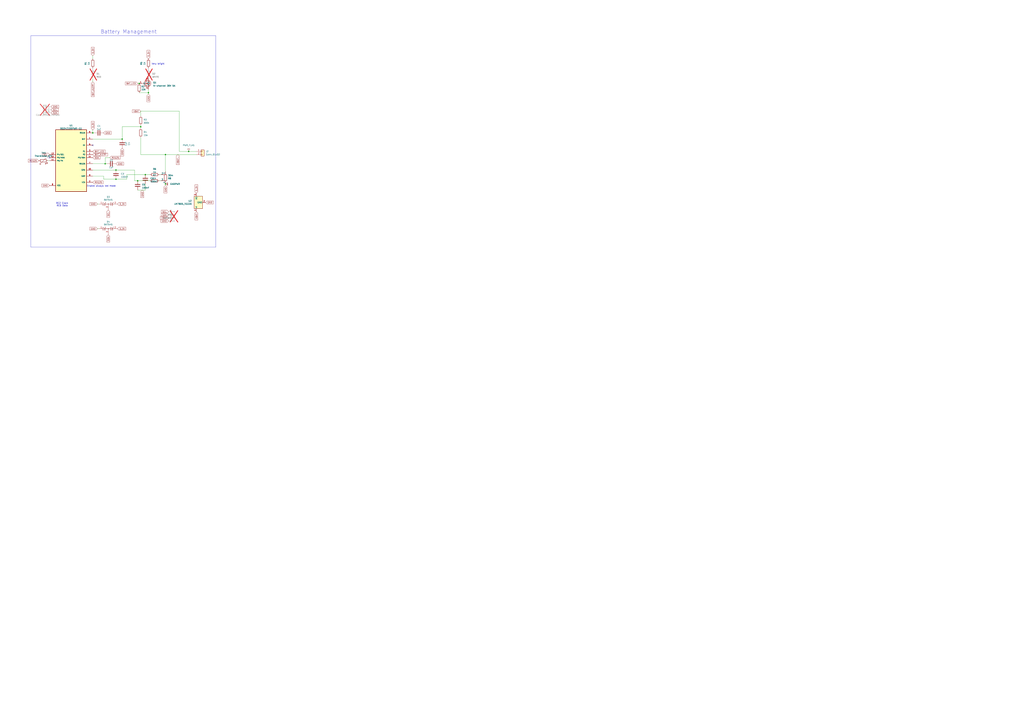
<source format=kicad_sch>
(kicad_sch (version 20231120) (generator "eeschema") (generator_version "8.0")
  (paper "A1")
  (lib_symbols
    (symbol "BQ34Z100PWR-G1:BQ34Z100PWR-G1" (pin_names (offset 1.016))
      (property "Reference" "U" (at -12.7 26.4 0))
      (property "Value" "BQ34Z100PWR-G1" (at -12.7 -29.4 0))
      (symbol "BQ34Z100PWR-G1_0_0"
        (rectangle (start -12.7 -25.4) (end 12.7 25.4) (stroke (width 0.41)) (fill (type background)))
        (pin bidirectional line (at -17.78 5.08 0) (length 5.08) (name "P2") (number "1"))
        (pin bidirectional line (at -17.78 -7.62 0) (length 5.08) (name "SRN") (number "10"))
        (pin bidirectional line (at 17.78 0 180) (length 5.08) (name "P6/TS") (number "11"))
        (pin bidirectional line (at 17.78 2.54 180) (length 5.08) (name "P5/HDQ") (number "12"))
        (pin bidirectional line (at 17.78 5.08 180) (length 5.08) (name "P4/SCL") (number "13"))
        (pin bidirectional line (at -17.78 2.54 0) (length 5.08) (name "P3/SDA") (number "14"))
        (pin bidirectional line (at -17.78 -17.78 0) (length 5.08) (name "VEN") (number "2"))
        (pin bidirectional line (at -17.78 7.62 0) (length 5.08) (name "P1") (number "3"))
        (pin bidirectional line (at -17.78 17.78 0) (length 5.08) (name "BAT") (number "4"))
        (pin bidirectional line (at -17.78 12.7 0) (length 5.08) (name "CE") (number "5"))
        (pin input line (at -17.78 22.86 0) (length 5.08) (name "REGIN") (number "6"))
        (pin bidirectional line (at -17.78 -2.54 0) (length 5.08) (name "REG25") (number "7"))
        (pin power_in line (at 17.78 -20.32 180) (length 5.08) (name "VSS") (number "8"))
        (pin bidirectional line (at -17.78 -12.7 0) (length 5.08) (name "SRP") (number "9"))
      )
    )
    (symbol "Connector:Conn_01x04_Pin" (pin_names (offset 1.016) hide)
      (property "Reference" "J" (at 0 5.08 0))
      (property "Value" "Conn_01x04_Pin" (at 0 -7.62 0))
      (symbol "Conn_01x04_Pin_1_1"
        (polyline (pts (xy 1.27 -5.08) (xy 0.8636 -5.08)) (stroke (width 0.1524)))
        (polyline (pts (xy 1.27 -2.54) (xy 0.8636 -2.54)) (stroke (width 0.1524)))
        (polyline (pts (xy 1.27 0) (xy 0.8636 0)) (stroke (width 0.1524)))
        (polyline (pts (xy 1.27 2.54) (xy 0.8636 2.54)) (stroke (width 0.1524)))
        (rectangle (start 0.8636 -4.953) (end 0 -5.207) (stroke (width 0.1524)) (fill (type outline)))
        (rectangle (start 0.8636 -2.413) (end 0 -2.667) (stroke (width 0.1524)) (fill (type outline)))
        (rectangle (start 0.8636 0.127) (end 0 -0.127) (stroke (width 0.1524)) (fill (type outline)))
        (rectangle (start 0.8636 2.667) (end 0 2.413) (stroke (width 0.1524)) (fill (type outline)))
        (pin passive line (at 5.08 2.54 180) (length 3.81) (name "Pin_1") (number "1"))
        (pin passive line (at 5.08 0 180) (length 3.81) (name "Pin_2") (number "2"))
        (pin passive line (at 5.08 -2.54 180) (length 3.81) (name "Pin_3") (number "3"))
        (pin passive line (at 5.08 -5.08 180) (length 3.81) (name "Pin_4") (number "4"))
      )
    )
    (symbol "Connector_Generic:Conn_01x02" (pin_names (offset 1.016) hide)
      (property "Reference" "J" (at 0 2.54 0))
      (property "Value" "Conn_01x02" (at 0 -5.08 0))
      (symbol "Conn_01x02_1_1"
        (rectangle (start -1.27 -2.413) (end 0 -2.667) (stroke (width 0.1524)))
        (rectangle (start -1.27 0.127) (end 0 -0.127) (stroke (width 0.1524)))
        (rectangle (start -1.27 1.27) (end 1.27 -3.81) (stroke (width 0.254)) (fill (type background)))
        (pin passive line (at -5.08 0 0) (length 3.81) (name "Pin_1") (number "1"))
        (pin passive line (at -5.08 -2.54 0) (length 3.81) (name "Pin_2") (number "2"))
      )
    )
    (symbol "Connector_Generic:Conn_01x03" (pin_names (offset 1.016) hide)
      (property "Reference" "J" (at 0 5.08 0))
      (property "Value" "Conn_01x03" (at 0 -5.08 0))
      (symbol "Conn_01x03_1_1"
        (rectangle (start -1.27 -2.413) (end 0 -2.667) (stroke (width 0.1524)))
        (rectangle (start -1.27 0.127) (end 0 -0.127) (stroke (width 0.1524)))
        (rectangle (start -1.27 2.667) (end 0 2.413) (stroke (width 0.1524)))
        (rectangle (start -1.27 3.81) (end 1.27 -3.81) (stroke (width 0.254)) (fill (type background)))
        (pin passive line (at -5.08 2.54 0) (length 3.81) (name "Pin_1") (number "1"))
        (pin passive line (at -5.08 0 0) (length 3.81) (name "Pin_2") (number "2"))
        (pin passive line (at -5.08 -2.54 0) (length 3.81) (name "Pin_3") (number "3"))
      )
    )
    (symbol "Device:C" (pin_numbers hide) (pin_names (offset 0.254))
      (property "Reference" "C" (at 0.635 2.54 0))
      (property "Value" "C" (at 0.635 -2.54 0))
      (symbol "C_0_1"
        (polyline (pts (xy -2.032 -0.762) (xy 2.032 -0.762)) (stroke (width 0.508)))
        (polyline (pts (xy -2.032 0.762) (xy 2.032 0.762)) (stroke (width 0.508)))
      )
      (symbol "C_1_1"
        (pin passive line (at 0 3.81 270) (length 2.794) (name "~") (number "1"))
        (pin passive line (at 0 -3.81 90) (length 2.794) (name "~") (number "2"))
      )
    )
    (symbol "Device:LED" (pin_numbers hide) (pin_names (offset 1.016) hide)
      (property "Reference" "D" (at 0 2.54 0))
      (property "Value" "LED" (at 0 -2.54 0))
      (symbol "LED_0_1"
        (polyline (pts (xy -1.27 -1.27) (xy -1.27 1.27)) (stroke (width 0.254)))
        (polyline (pts (xy -1.27 0) (xy 1.27 0)))
        (polyline (pts (xy 1.27 -1.27) (xy 1.27 1.27) (xy -1.27 0) (xy 1.27 -1.27)) (stroke (width 0.254)))
        (polyline (pts (xy -3.048 -0.762) (xy -4.572 -2.286) (xy -3.81 -2.286) (xy -4.572 -2.286) (xy -4.572 -1.524)))
        (polyline (pts (xy -1.778 -0.762) (xy -3.302 -2.286) (xy -2.54 -2.286) (xy -3.302 -2.286) (xy -3.302 -1.524)))
      )
      (symbol "LED_1_1"
        (pin passive line (at -3.81 0 0) (length 2.54) (name "K") (number "1"))
        (pin passive line (at 3.81 0 180) (length 2.54) (name "A") (number "2"))
      )
    )
    (symbol "Device:R" (pin_numbers hide) (pin_names (offset 0))
      (property "Reference" "R" (at 2.032 0 90))
      (property "Value" "R" (at 0 0 90))
      (symbol "R_0_1"
        (rectangle (start -1.016 -2.54) (end 1.016 2.54) (stroke (width 0.254)))
      )
      (symbol "R_1_1"
        (pin passive line (at 0 3.81 270) (length 1.27) (name "~") (number "1"))
        (pin passive line (at 0 -3.81 90) (length 1.27) (name "~") (number "2"))
      )
    )
    (symbol "Device:R_Shunt" (pin_numbers hide) (pin_names (offset 0))
      (property "Reference" "R" (at -4.445 0 90))
      (property "Value" "R_Shunt" (at -2.54 0 90))
      (symbol "R_Shunt_0_1"
        (rectangle (start -1.016 -2.54) (end 1.016 2.54) (stroke (width 0.254)))
        (polyline (pts (xy 0 -2.54) (xy 1.27 -2.54)))
        (polyline (pts (xy 1.27 2.54) (xy 0 2.54)))
      )
      (symbol "R_Shunt_1_1"
        (pin passive line (at 0 5.08 270) (length 2.54) (name "1") (number "1"))
        (pin passive line (at 3.81 2.54 180) (length 2.54) (name "2") (number "2"))
        (pin passive line (at 3.81 -2.54 180) (length 2.54) (name "3") (number "3"))
        (pin passive line (at 0 -5.08 90) (length 2.54) (name "4") (number "4"))
      )
    )
    (symbol "Device:Thermistor_NTC" (pin_numbers hide) (pin_names (offset 0))
      (property "Reference" "TH" (at -4.445 0 90))
      (property "Value" "Thermistor_NTC" (at 3.175 0 90))
      (symbol "Thermistor_NTC_0_1"
        (arc (start -3.048 2.159) (mid -3.0495 2.3143) (end -3.175 2.413))
        (arc (start -3.048 2.159) (mid -2.9736 1.9794) (end -2.794 1.905))
        (arc (start -3.048 2.794) (mid -2.9736 2.6144) (end -2.794 2.54))
        (arc (start -2.794 1.905) (mid -2.6144 1.9794) (end -2.54 2.159))
        (arc (start -2.794 2.54) (mid -2.4393 2.5587) (end -2.159 2.794))
        (arc (start -2.794 3.048) (mid -2.9736 2.9736) (end -3.048 2.794))
        (arc (start -2.54 2.794) (mid -2.6144 2.9736) (end -2.794 3.048))
        (rectangle (start -1.016 2.54) (end 1.016 -2.54) (stroke (width 0.254)))
        (polyline (pts (xy -2.54 2.159) (xy -2.54 2.794)))
        (polyline (pts (xy -1.778 2.54) (xy -1.778 1.524) (xy 1.778 -1.524) (xy 1.778 -2.54)))
        (polyline (pts (xy -2.54 -3.683) (xy -2.54 -1.397) (xy -2.794 -2.159) (xy -2.286 -2.159) (xy -2.54 -1.397) (xy -2.54 -1.651)) (fill (type outline)))
        (polyline (pts (xy -1.778 -1.397) (xy -1.778 -3.683) (xy -2.032 -2.921) (xy -1.524 -2.921) (xy -1.778 -3.683) (xy -1.778 -3.429)) (fill (type outline)))
      )
      (symbol "Thermistor_NTC_1_1"
        (pin passive line (at 0 3.81 270) (length 1.27) (name "~") (number "1"))
        (pin passive line (at 0 -3.81 90) (length 1.27) (name "~") (number "2"))
      )
    )
    (symbol "Diode:BAS40-04" (pin_names (offset 1.016))
      (property "Reference" "D" (at 0.635 -1.27 0))
      (property "Value" "BAS40-04" (at -6.35 5.715 0))
      (symbol "BAS40-04_0_1"
        (polyline (pts (xy -3.81 2.54) (xy -1.27 2.54)))
        (polyline (pts (xy -3.175 1.27) (xy -3.175 1.524)))
        (polyline (pts (xy -2.54 1.27) (xy -3.175 1.27)))
        (polyline (pts (xy -2.54 1.27) (xy -2.54 3.81)))
        (polyline (pts (xy -2.54 3.81) (xy -1.905 3.81)))
        (polyline (pts (xy -1.905 2.54) (xy 1.905 2.54)))
        (polyline (pts (xy -1.905 3.81) (xy -1.905 3.556)))
        (polyline (pts (xy 1.27 2.54) (xy 3.81 2.54)))
        (polyline (pts (xy 3.175 1.27) (xy 3.175 1.524)))
        (polyline (pts (xy 3.81 1.27) (xy 3.175 1.27)))
        (polyline (pts (xy 3.81 1.27) (xy 3.81 3.81)))
        (polyline (pts (xy 3.81 3.81) (xy 4.445 3.81)))
        (polyline (pts (xy 4.445 3.81) (xy 4.445 3.556)))
        (polyline (pts (xy -4.445 3.81) (xy -4.445 1.27) (xy -2.54 2.54) (xy -4.445 3.81)))
        (polyline (pts (xy 1.905 3.81) (xy 1.905 1.27) (xy 3.81 2.54) (xy 1.905 3.81)))
        (circle (center 0 2.54) (radius 0.254) (fill (type outline)))
      )
      (symbol "BAS40-04_1_1"
        (pin passive line (at -7.62 2.54 0) (length 3.81) (name "~") (number "1"))
        (pin passive line (at 7.62 2.54 180) (length 3.81) (name "~") (number "2"))
        (pin passive line (at 0 -2.54 90) (length 5.08) (name "~") (number "3"))
      )
    )
    (symbol "ESP32-DEVKITC-32D:SL2300" (pin_names (offset 1.016))
      (property "Reference" "Q" (at 0 0 0))
      (property "Value" "SL2300" (at 7.62 0 0))
      (symbol "SL2300_1_1"
        (polyline (pts (xy -1.016 0) (xy -3.81 0)))
        (polyline (pts (xy -1.016 1.905) (xy -1.016 -1.905)) (stroke (width 0.254)))
        (polyline (pts (xy -0.508 -1.27) (xy -0.508 -2.286)) (stroke (width 0.254)))
        (polyline (pts (xy -0.508 0.508) (xy -0.508 -0.508)) (stroke (width 0.254)))
        (polyline (pts (xy -0.508 2.286) (xy -0.508 1.27)) (stroke (width 0.254)))
        (polyline (pts (xy 1.27 2.54) (xy 1.27 1.778)))
        (polyline (pts (xy 1.27 -2.54) (xy 1.27 0) (xy -0.508 0)))
        (polyline (pts (xy -0.508 -1.778) (xy 2.032 -1.778) (xy 2.032 1.778) (xy -0.508 1.778)))
        (polyline (pts (xy -0.254 0) (xy 0.762 0.381) (xy 0.762 -0.381) (xy -0.254 0)) (fill (type outline)))
        (polyline (pts (xy 1.524 0.508) (xy 1.651 0.381) (xy 2.413 0.381) (xy 2.54 0.254)))
        (polyline (pts (xy 2.032 0.381) (xy 1.651 -0.254) (xy 2.413 -0.254) (xy 2.032 0.381)))
        (circle (center 0.381 0) (radius 2.794) (stroke (width 0.254)))
        (circle (center 1.27 -1.778) (radius 0.254) (fill (type outline)))
        (circle (center 1.27 1.778) (radius 0.254) (fill (type outline)))
        (pin input line (at -6.35 0 0) (length 2.54) (name "G") (number "1"))
        (pin passive line (at 1.27 -5.08 90) (length 2.54) (name "S") (number "2"))
        (pin passive line (at 1.27 5.08 270) (length 2.54) (name "D") (number "3"))
      )
    )
    (symbol "Regulator_Linear:LM7805_TO220" (pin_names (offset 0.254))
      (property "Reference" "U" (at -3.81 3.175 0))
      (property "Value" "LM7805_TO220" (at 0 3.175 0))
      (symbol "LM7805_TO220_0_1"
        (rectangle (start -5.08 1.905) (end 5.08 -5.08) (stroke (width 0.254)) (fill (type background)))
      )
      (symbol "LM7805_TO220_1_1"
        (pin power_in line (at -7.62 0 0) (length 2.54) (name "VI") (number "1"))
        (pin power_in line (at 0 -7.62 90) (length 2.54) (name "GND") (number "2"))
        (pin power_out line (at 7.62 0 180) (length 2.54) (name "VO") (number "3"))
      )
    )
    (symbol "power:GNDPWR" (power) (pin_numbers hide) (pin_names (offset 0) hide)
      (property "Value" "GNDPWR" (at 0 -3.302 0))
      (symbol "GNDPWR_0_1"
        (polyline (pts (xy 0 -1.27) (xy 0 0)))
        (polyline (pts (xy -1.016 -1.27) (xy -1.27 -2.032) (xy -1.27 -2.032)) (stroke (width 0.2032)))
        (polyline (pts (xy -0.508 -1.27) (xy -0.762 -2.032) (xy -0.762 -2.032)) (stroke (width 0.2032)))
        (polyline (pts (xy 0 -1.27) (xy -0.254 -2.032) (xy -0.254 -2.032)) (stroke (width 0.2032)))
        (polyline (pts (xy 0.508 -1.27) (xy 0.254 -2.032) (xy 0.254 -2.032)) (stroke (width 0.2032)))
        (polyline (pts (xy 1.016 -1.27) (xy -1.016 -1.27) (xy -1.016 -1.27)) (stroke (width 0.2032)))
        (polyline (pts (xy 1.016 -1.27) (xy 0.762 -2.032) (xy 0.762 -2.032) (xy 0.762 -2.032)) (stroke (width 0.2032)))
      )
      (symbol "GNDPWR_1_1"
        (pin power_in line (at 0 0 270) (length 0) (name "~") (number "1"))
      )
    )
    (symbol "power:PWR_FLAG" (power) (pin_numbers hide) (pin_names (offset 0) hide)
      (property "Value" "PWR_FLAG" (at 0 3.81 0))
      (symbol "PWR_FLAG_0_0"
        (pin power_out line (at 0 0 90) (length 0) (name "~") (number "1"))
      )
      (symbol "PWR_FLAG_0_1"
        (polyline (pts (xy 0 0) (xy 0 1.27) (xy -1.016 1.905) (xy 0 2.54) (xy 1.016 1.905) (xy 0 1.27)))
      )
    )
  )
  (junction (at 114.3 68.58))
  (junction (at 76.2 109.22))
  (junction (at 95.25 147.32))
  (junction (at 115.57 104.14))
  (junction (at 100.33 114.3))
  (junction (at 113.03 148.59))
  (junction (at 95.25 139.7))
  (junction (at 135.89 127))
  (junction (at 119.38 143.51))
  (junction (at 135.89 151.13))
  (junction (at 86.36 134.62))
  (junction (at 121.92 76.2))
  (junction (at 154.94 124.46))
  (no_connect (at 40.64 129.54))
  (no_connect (at 76.2 119.38))
  (wire (pts (xy 121.92 73.66) (xy 121.92 76.2)))
  (wire (pts (xy 113.03 148.59) (xy 123.19 148.59)))
  (wire (pts (xy 115.57 104.14) (xy 115.57 105.41)))
  (wire (pts (xy 135.89 127) (xy 135.89 140.97)))
  (wire (pts (xy 135.89 152.4) (xy 135.89 151.13)))
  (wire (pts (xy 104.14 143.51) (xy 104.14 147.32)))
  (wire (pts (xy 119.38 143.51) (xy 123.19 143.51)))
  (wire (pts (xy 119.38 151.13) (xy 119.38 156.21)))
  (wire (pts (xy 39.37 132.08) (xy 40.64 132.08)))
  (wire (pts (xy 86.36 134.62) (xy 87.63 134.62)))
  (wire (pts (xy 147.32 91.44) (xy 147.32 124.46)))
  (wire (pts (xy 85.09 144.78) (xy 85.09 147.32)))
  (wire (pts (xy 80.01 187.96) (xy 81.28 187.96)))
  (wire (pts (xy 130.81 143.51) (xy 132.08 143.51)))
  (wire (pts (xy 90.17 129.54) (xy 86.36 129.54)))
  (wire (pts (xy 110.49 139.7) (xy 110.49 148.59)))
  (wire (pts (xy 76.2 106.68) (xy 76.2 109.22)))
  (wire (pts (xy 76.2 134.62) (xy 86.36 134.62)))
  (wire (pts (xy 115.57 91.44) (xy 147.32 91.44)))
  (wire (pts (xy 86.36 129.54) (xy 86.36 134.62)))
  (wire (pts (xy 76.2 109.22) (xy 77.47 109.22)))
  (wire (pts (xy 80.01 167.64) (xy 81.28 167.64)))
  (wire (pts (xy 115.57 91.44) (xy 115.57 95.25)))
  (wire (pts (xy 115.57 104.14) (xy 115.57 102.87)))
  (wire (pts (xy 121.92 76.2) (xy 121.92 77.47)))
  (wire (pts (xy 135.89 127) (xy 161.29 127)))
  (wire (pts (xy 113.03 68.58) (xy 114.3 68.58)))
  (wire (pts (xy 115.57 113.03) (xy 115.57 127)))
  (wire (pts (xy 76.2 63.5) (xy 76.2 67.31)))
  (wire (pts (xy 76.2 114.3) (xy 100.33 114.3)))
  (wire (pts (xy 114.3 76.2) (xy 121.92 76.2)))
  (wire (pts (xy 76.2 144.78) (xy 85.09 144.78)))
  (wire (pts (xy 147.32 124.46) (xy 154.94 124.46)))
  (wire (pts (xy 115.57 127) (xy 135.89 127)))
  (wire (pts (xy 76.2 45.72) (xy 76.2 48.26)))
  (wire (pts (xy 119.38 143.51) (xy 104.14 143.51)))
  (wire (pts (xy 130.81 148.59) (xy 132.08 148.59)))
  (wire (pts (xy 100.33 104.14) (xy 115.57 104.14)))
  (wire (pts (xy 110.49 139.7) (xy 95.25 139.7)))
  (wire (pts (xy 154.94 124.46) (xy 161.29 124.46)))
  (wire (pts (xy 76.2 139.7) (xy 95.25 139.7)))
  (wire (pts (xy 85.09 147.32) (xy 95.25 147.32)))
  (wire (pts (xy 100.33 114.3) (xy 100.33 104.14)))
  (wire (pts (xy 119.38 156.21) (xy 113.03 156.21)))
  (wire (pts (xy 104.14 147.32) (xy 95.25 147.32)))
  (wire (pts (xy 110.49 148.59) (xy 113.03 148.59)))
  (rectangle (start 25.4 29.21) (end 177.165 203.2))
  (text "Enable always led mode" (at 83.312 152.908 0) (effects (font (size 1.27 1.27))))
  (text "RC2 Clock\nRC0 Data" (at 51.054 168.148 0) (effects (font (size 1.27 1.27))))
  (text "Battery Management" (at 82.55 27.94 0) (effects (font (size 3 3)) (justify left bottom)))
  (text "Very bright\n" (at 124.46 53.34 0) (effects (font (size 1.27 1.27)) (justify left bottom)))
  (global_label "SDA" (shape input) (at 41.91 92.71 0) (property "Intersheetrefs" "${INTERSHEET_REFS}" (effects (hide yes))))
  (global_label "SCL" (shape input) (at 40.64 127 180) (property "Intersheetrefs" "${INTERSHEET_REFS}" (effects (hide yes))))
  (global_label "3_3V" (shape input) (at 96.52 167.64 0) (property "Intersheetrefs" "${INTERSHEET_REFS}" (effects (hide yes))))
  (global_label "SDA" (shape input) (at 88.9 193.04 270) (property "Intersheetrefs" "${INTERSHEET_REFS}" (effects (hide yes))))
  (global_label "GND" (shape input) (at 85.09 109.22 0) (property "Intersheetrefs" "${INTERSHEET_REFS}" (effects (hide yes))))
  (global_label "REG25" (shape input) (at 90.17 129.54 0) (property "Intersheetrefs" "${INTERSHEET_REFS}" (effects (hide yes))))
  (global_label "GND" (shape input) (at 116.84 156.21 270) (property "Intersheetrefs" "${INTERSHEET_REFS}" (effects (hide yes))))
  (global_label "SDA" (shape input) (at 76.2 129.54 0) (property "Intersheetrefs" "${INTERSHEET_REFS}" (effects (hide yes))))
  (global_label "VBAT" (shape input) (at 161.29 173.99 270) (property "Intersheetrefs" "${INTERSHEET_REFS}" (effects (hide yes))))
  (global_label "REG25" (shape input) (at 76.2 149.86 0) (property "Intersheetrefs" "${INTERSHEET_REFS}" (effects (hide yes))))
  (global_label "SCL" (shape input) (at 88.9 172.72 270) (property "Intersheetrefs" "${INTERSHEET_REFS}" (effects (hide yes))))
  (global_label "BAT_ALERT" (shape input) (at 76.2 127 0) (property "Intersheetrefs" "${INTERSHEET_REFS}" (effects (hide yes))))
  (global_label "GND" (shape input) (at 100.33 121.92 270) (property "Intersheetrefs" "${INTERSHEET_REFS}" (effects (hide yes))))
  (global_label "BAT_LED" (shape input) (at 76.2 124.46 0) (property "Intersheetrefs" "${INTERSHEET_REFS}" (effects (hide yes))))
  (global_label "GND" (shape input) (at 80.01 167.64 180) (property "Intersheetrefs" "${INTERSHEET_REFS}" (effects (hide yes))))
  (global_label "GND" (shape input) (at 135.89 152.4 270) (property "Intersheetrefs" "${INTERSHEET_REFS}" (effects (hide yes))))
  (global_label "3_3V" (shape input) (at 76.2 106.68 90) (property "Intersheetrefs" "${INTERSHEET_REFS}" (effects (hide yes))))
  (global_label "SCL" (shape input) (at 41.91 90.17 0) (property "Intersheetrefs" "${INTERSHEET_REFS}" (effects (hide yes))))
  (global_label "BAT_LED" (shape input) (at 113.03 68.58 180) (property "Intersheetrefs" "${INTERSHEET_REFS}" (effects (hide yes))))
  (global_label "GND" (shape input) (at 40.64 152.4 180) (property "Intersheetrefs" "${INTERSHEET_REFS}" (effects (hide yes))))
  (global_label "VBAT" (shape input) (at 115.57 91.44 180) (property "Intersheetrefs" "${INTERSHEET_REFS}" (effects (hide yes))))
  (global_label "VBAT-" (shape input) (at 146.05 127 270) (property "Intersheetrefs" "${INTERSHEET_REFS}" (effects (hide yes))))
  (global_label "GND" (shape input) (at 121.92 77.47 270) (property "Intersheetrefs" "${INTERSHEET_REFS}" (effects (hide yes))))
  (global_label "3_3V" (shape input) (at 96.52 187.96 0) (property "Intersheetrefs" "${INTERSHEET_REFS}" (effects (hide yes))))
  (global_label "GND" (shape input) (at 168.91 166.37 0) (property "Intersheetrefs" "${INTERSHEET_REFS}" (effects (hide yes))))
  (global_label "3_3V" (shape input) (at 76.2 45.72 90) (property "Intersheetrefs" "${INTERSHEET_REFS}" (effects (hide yes))))
  (global_label "GND" (shape input) (at 80.01 187.96 180) (property "Intersheetrefs" "${INTERSHEET_REFS}" (effects (hide yes))))
  (global_label "GND" (shape input) (at 138.43 181.61 180) (property "Intersheetrefs" "${INTERSHEET_REFS}" (effects (hide yes))))
  (global_label "BAT_ALERT" (shape input) (at 76.2 67.31 270) (property "Intersheetrefs" "${INTERSHEET_REFS}" (effects (hide yes))))
  (global_label "SCL" (shape input) (at 138.43 173.99 180) (property "Intersheetrefs" "${INTERSHEET_REFS}" (effects (hide yes))))
  (global_label "REG25" (shape input) (at 31.75 132.08 180) (property "Intersheetrefs" "${INTERSHEET_REFS}" (effects (hide yes))))
  (global_label "3_3V" (shape input) (at 161.29 158.75 90) (property "Intersheetrefs" "${INTERSHEET_REFS}" (effects (hide yes))))
  (global_label "3_3V" (shape input) (at 121.92 48.26 90) (property "Intersheetrefs" "${INTERSHEET_REFS}" (effects (hide yes))))
  (global_label "GND" (shape input) (at 41.91 87.63 0) (property "Intersheetrefs" "${INTERSHEET_REFS}" (effects (hide yes))))
  (global_label "VBAT" (shape input) (at 138.43 179.07 180) (property "Intersheetrefs" "${INTERSHEET_REFS}" (effects (hide yes))))
  (global_label "SDA" (shape input) (at 138.43 176.53 180) (property "Intersheetrefs" "${INTERSHEET_REFS}" (effects (hide yes))))
  (global_label "GND" (shape input) (at 95.25 134.62 0) (property "Intersheetrefs" "${INTERSHEET_REFS}" (effects (hide yes))))
  (symbol (lib_id "Connector_Generic:Conn_01x02") (at 166.37 124.46 0) (unit 1)
    (property "Reference" "J2" (at 168.91 124.4599 0) (effects (justify left)))
    (property "Value" "Conn_01x02" (at 168.91 126.9999 0) (effects (justify left)))
    (property "Footprint" "Connector_Wire:SolderWire-0.5sqmm_1x02_P4.6mm_D0.9mm_OD2.1mm" (effects (hide yes)))
    (property "Description" "Generic connector, single row, 01x02, script generated (kicad-library-utils/schlib/autogen/connector/)" (effects (hide yes)))
  )
  (symbol (lib_id "ESP32-DEVKITC-32D:SL2300") (at 120.65 68.58 0) (unit 1)
    (property "Reference" "Q1" (at 125.73 67.945 0) (effects (justify left)))
    (property "Value" "N-channel 30V 5A" (at 125.73 70.485 0) (effects (justify left)))
    (property "Footprint" "PCM_Package_TO_SOT_SMD_AKL:SOT-23" (effects (hide yes)))
    (property "LCSC_PART_NUMBER" "C5364313" (effects (hide yes)))
  )
  (symbol (lib_id "Device:R_Shunt") (at 135.89 146.05 0) (mirror y) (unit 1)
    (property "Reference" "R8" (at 137.922 146.685 0) (effects (justify right)))
    (property "Value" "30m" (at 137.922 144.145 0) (effects (justify right)))
    (property "Footprint" "kicad-stuff:R_Shunt_Vishay_WSK2512_6332Metric_T1.19mm" (effects (hide yes)))
    (property "LCSC_PART_NUMBER" "C728311" (effects (hide yes)))
  )
  (symbol (lib_id "Device:C") (at 91.44 134.62 90) (unit 1)
    (property "Reference" "C2" (at 91.44 131.699 90))
    (property "Value" "1uF" (at 91.44 137.541 90))
    (property "Footprint" "PCM_Capacitor_SMD_Handsoldering_AKL:C_0603_1608Metric" (effects (hide yes)))
  )
  (symbol (lib_id "Connector:Conn_01x04_Pin") (at 143.51 179.07 180) (unit 1) (dnp yes)
    (property "Reference" "battery2" (at 142.24 179.07 0) (effects (justify left)))
    (property "Value" "XT30" (at 142.24 176.53 0) (effects (justify left)))
    (property "Footprint" "kicad-stuff:AMASS_XT30UPB+DATA-M_1x02_P5.0mm_Vertical" (effects (hide yes)))
    (property "Description" "Generic connector, single row, 01x04, script generated" (effects (hide yes)))
    (property "LCSC_PART_NUMBER" "C108769" (effects (hide yes)))
  )
  (symbol (lib_id "Device:R") (at 127 148.59 90) (unit 1)
    (property "Reference" "R7" (at 127 144.018 90))
    (property "Value" "1k" (at 127 146.558 90))
    (property "Footprint" "Resistor_SMD:R_0603_1608Metric" (effects (hide yes)))
    (property "LCSC_PART_NUMBER" "C95781" (effects (hide yes)))
  )
  (symbol (lib_id "Device:R") (at 127 143.51 90) (unit 1)
    (property "Reference" "R6" (at 127 138.938 90))
    (property "Value" "1k" (at 127 141.478 90))
    (property "Footprint" "Resistor_SMD:R_0603_1608Metric" (effects (hide yes)))
    (property "LCSC_PART_NUMBER" "C95781" (effects (hide yes)))
  )
  (symbol (lib_id "Device:LED") (at 76.2 59.69 90) (unit 1) (dnp yes)
    (property "Reference" "D1" (at 79.248 60.6425 90) (effects (justify right)))
    (property "Value" "RED" (at 79.248 63.1825 90) (effects (justify right)))
    (property "Footprint" "LED_SMD:LED_0805_2012Metric" (effects (hide yes)))
    (property "LCSC_PART_NUMBER" "C205441" (effects (hide yes)))
  )
  (symbol (lib_id "BQ34Z100PWR-G1:BQ34Z100PWR-G1") (at 58.42 132.08 0) (mirror y) (unit 1)
    (property "Reference" "U1" (at 58.42 103.124 0))
    (property "Value" "BQ34Z100PWR-G1" (at 58.42 105.664 0))
    (property "Footprint" "kicad-stuff:SOP65P640X120-14N" (effects (hide yes)))
    (property "Description" "Multi-chemistry Impedance Track™ standalone fuel gauge | battery gas gauge" (effects (hide yes)))
    (property "MF" "Texas Instruments" (effects (hide yes)))
    (property "Package" "TSSOP-14 Texas Instruments" (effects (hide yes)))
    (property "Price" "None" (effects (hide yes)))
    (property "SnapEDA_Link" "https://www.snapeda.com/parts/BQ34Z100PWR-G1/Texas+Instruments/view-part/?ref=snap" (effects (hide yes)))
    (property "MP" "BQ34Z100PWR-G1" (effects (hide yes)))
    (property "Purchase-URL" "https://www.snapeda.com/api/url_track_click_mouser/?unipart_id=327977&manufacturer=Texas Instruments&part_name=BQ34Z100PWR-G1&search_term=None" (effects (hide yes)))
    (property "Availability" "In Stock" (effects (hide yes)))
    (property "Check_prices" "https://www.snapeda.com/parts/BQ34Z100PWR-G1/Texas+Instruments/view-part/?ref=eda" (effects (hide yes)))
    (property "Description_1" "\nMulti-chemistry Impedance Track™ standalone fuel gauge | battery gas gauge\n" (effects (hide yes)))
    (property "LCSC_PART_NUMBER" "C91302" (effects (hide yes)))
  )
  (symbol (lib_id "Device:C") (at 95.25 143.51 0) (unit 1)
    (property "Reference" "C3" (at 99.314 142.875 0) (effects (justify left)))
    (property "Value" "100nF" (at 99.314 145.415 0) (effects (justify left)))
    (property "Footprint" "PCM_Capacitor_SMD_Handsoldering_AKL:C_0603_1608Metric" (effects (hide yes)))
    (property "LCSC_PART_NUMBER" "C49678" (effects (hide yes)))
  )
  (symbol (lib_id "Device:C") (at 81.28 109.22 90) (unit 1)
    (property "Reference" "C1" (at 81.28 103.632 90))
    (property "Value" "1uF" (at 81.28 106.172 90))
    (property "Footprint" "PCM_Capacitor_SMD_Handsoldering_AKL:C_0603_1608Metric" (effects (hide yes)))
  )
  (symbol (lib_id "power:PWR_FLAG") (at 154.94 124.46 0) (unit 1)
    (property "Reference" "#FLG01" (effects (hide yes)))
    (property "Value" "PWR_FLAG" (at 154.94 119.38 0))
    (property "Description" "Special symbol for telling ERC where power comes from" (effects (hide yes)))
  )
  (symbol (lib_id "Device:R") (at 115.57 109.22 0) (unit 1)
    (property "Reference" "R4" (at 117.856 108.585 0) (effects (justify left)))
    (property "Value" "15k" (at 117.856 111.125 0) (effects (justify left)))
    (property "Footprint" "Resistor_SMD:R_0603_1608Metric" (effects (hide yes)))
    (property "LCSC_PART_NUMBER" "C22809" (effects (hide yes)))
  )
  (symbol (lib_id "Device:R") (at 121.92 52.07 180) (unit 1)
    (property "Reference" "R5" (at 116.078 52.07 90))
    (property "Value" "1k" (at 118.618 52.07 90))
    (property "Footprint" "Resistor_SMD:R_0603_1608Metric" (effects (hide yes)))
    (property "LCSC_PART_NUMBER" "C95781" (effects (hide yes)))
  )
  (symbol (lib_id "Device:C") (at 119.38 147.32 0) (unit 1)
    (property "Reference" "C6" (at 123.444 146.685 0) (effects (justify left)))
    (property "Value" "100nF" (at 123.444 149.225 0) (effects (justify left)))
    (property "Footprint" "PCM_Capacitor_SMD_Handsoldering_AKL:C_0603_1608Metric" (effects (hide yes)))
    (property "LCSC_PART_NUMBER" "C49678" (effects (hide yes)))
  )
  (symbol (lib_id "Connector_Generic:Conn_01x03") (at 36.83 90.17 0) (mirror y) (unit 1) (dnp yes)
    (property "Reference" "J1" (at 40.894 91.44 0) (effects (justify left)))
    (property "Value" "Conn_01x03_Female" (at 49.022 94.488 0) (effects (justify left)))
    (property "Footprint" "Connector_PinHeader_2.54mm:PinHeader_1x03_P2.54mm_Vertical" (effects (hide yes)))
    (property "Description" "Generic connector, single row, 01x03, script generated (kicad-library-utils/schlib/autogen/connector/)" (effects (hide yes)))
  )
  (symbol (lib_id "Device:R") (at 76.2 52.07 180) (unit 1)
    (property "Reference" "R1" (at 70.358 52.07 90))
    (property "Value" "1k" (at 72.898 52.07 90))
    (property "Footprint" "Resistor_SMD:R_0603_1608Metric" (effects (hide yes)))
    (property "LCSC_PART_NUMBER" "C95781" (effects (hide yes)))
  )
  (symbol (lib_id "power:GNDPWR") (at 135.89 151.13 90) (unit 1)
    (property "Reference" "#PWR01" (effects (hide yes)))
    (property "Value" "GNDPWR" (at 139.7 151.2569 90) (effects (justify right)))
    (property "Description" "Power symbol creates a global label with name \"GNDPWR\" , global ground" (effects (hide yes)))
  )
  (symbol (lib_id "Device:R") (at 115.57 99.06 0) (unit 1)
    (property "Reference" "R3" (at 117.856 98.425 0) (effects (justify left)))
    (property "Value" "300k" (at 117.856 100.965 0) (effects (justify left)))
    (property "Footprint" "Resistor_SMD:R_0603_1608Metric" (effects (hide yes)))
    (property "LCSC_PART_NUMBER" "C23024" (effects (hide yes)))
  )
  (symbol (lib_id "Device:LED") (at 121.92 59.69 90) (unit 1) (dnp yes)
    (property "Reference" "D2" (at 124.968 60.6425 90) (effects (justify right)))
    (property "Value" "WHITE" (at 124.968 63.1825 90) (effects (justify right)))
    (property "Footprint" "LED_SMD:LED_0805_2012Metric" (effects (hide yes)))
    (property "LCSC_PART_NUMBER" "C205441" (effects (hide yes)))
  )
  (symbol (lib_id "Regulator_Linear:LM7805_TO220") (at 161.29 166.37 90) (unit 1)
    (property "Reference" "U2" (at 157.48 165.0999 90) (effects (justify left)))
    (property "Value" "LM7805_TO220" (at 157.48 167.6399 90) (effects (justify left)))
    (property "Footprint" "Package_TO_SOT_THT:TO-220-3_Vertical" (effects (hide yes)))
    (property "Datasheet" "https://www.onsemi.cn/PowerSolutions/document/MC7800-D.PDF" (effects (hide yes)))
    (property "Description" "Positive 1A 35V Linear Regulator, Fixed Output 5V, TO-220" (effects (hide yes)))
  )
  (symbol (lib_id "Diode:BAS40-04") (at 88.9 190.5 0) (unit 1)
    (property "Reference" "D4" (at 88.9 182.245 0))
    (property "Value" "BAT54S" (at 88.9 184.5564 0))
    (property "Footprint" "Package_TO_SOT_SMD:SOT-23" (effects (hide yes)))
    (property "LCSC_PART_NUMBER" "C916425" (effects (hide yes)))
  )
  (symbol (lib_id "Device:R") (at 114.3 72.39 0) (unit 1)
    (property "Reference" "R2" (at 116.078 71.2216 0) (effects (justify left)))
    (property "Value" "10k" (at 116.078 73.533 0) (effects (justify left)))
    (property "Footprint" "Resistor_SMD:R_0603_1608Metric" (effects (hide yes)))
    (property "LCSC_PART_NUMBER" "C212284" (effects (hide yes)))
  )
  (symbol (lib_id "Diode:BAS40-04") (at 88.9 170.18 0) (unit 1)
    (property "Reference" "D3" (at 88.9 161.925 0))
    (property "Value" "BAT54S" (at 88.9 164.2364 0))
    (property "Footprint" "Package_TO_SOT_SMD:SOT-23" (effects (hide yes)))
    (property "LCSC_PART_NUMBER" "C916425" (effects (hide yes)))
  )
  (symbol (lib_id "Device:Thermistor_NTC") (at 35.56 132.08 90) (unit 1)
    (property "Reference" "TH1" (at 35.8775 125.73 90))
    (property "Value" "Thermistor_NTC" (at 35.8775 128.27 90))
    (property "Footprint" "Resistor_SMD:R_0603_1608Metric" (effects (hide yes)))
    (property "Description" "Temperature dependent resistor, negative temperature coefficient" (effects (hide yes)))
  )
  (symbol (lib_id "Device:C") (at 100.33 118.11 0) (unit 1)
    (property "Reference" "C4" (at 105.918 118.11 90))
    (property "Value" "1uF" (at 103.378 118.11 90))
    (property "Footprint" "PCM_Capacitor_SMD_Handsoldering_AKL:C_0603_1608Metric" (effects (hide yes)))
  )
  (symbol (lib_id "Device:C") (at 113.03 152.4 0) (unit 1)
    (property "Reference" "C5" (at 116.586 151.765 0) (effects (justify left)))
    (property "Value" "100nF" (at 116.586 154.305 0) (effects (justify left)))
    (property "Footprint" "PCM_Capacitor_SMD_Handsoldering_AKL:C_0603_1608Metric" (effects (hide yes)))
    (property "LCSC_PART_NUMBER" "C49678" (effects (hide yes)))
  )
)
</source>
